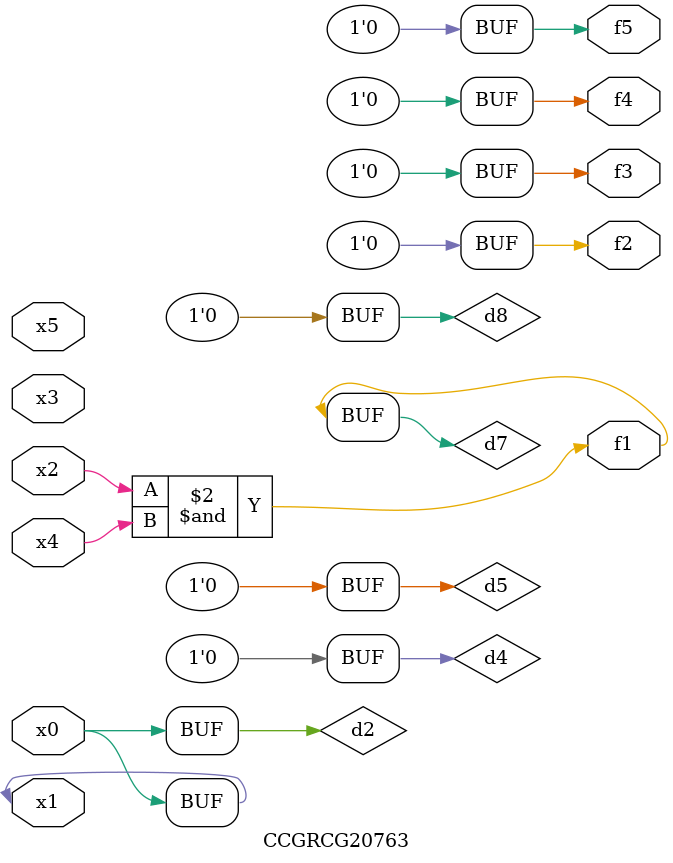
<source format=v>
module CCGRCG20763(
	input x0, x1, x2, x3, x4, x5,
	output f1, f2, f3, f4, f5
);

	wire d1, d2, d3, d4, d5, d6, d7, d8, d9;

	nand (d1, x1);
	buf (d2, x0, x1);
	nand (d3, x2, x4);
	and (d4, d1, d2);
	and (d5, d1, d2);
	nand (d6, d1, d3);
	not (d7, d3);
	xor (d8, d5);
	nor (d9, d5, d6);
	assign f1 = d7;
	assign f2 = d8;
	assign f3 = d8;
	assign f4 = d8;
	assign f5 = d8;
endmodule

</source>
